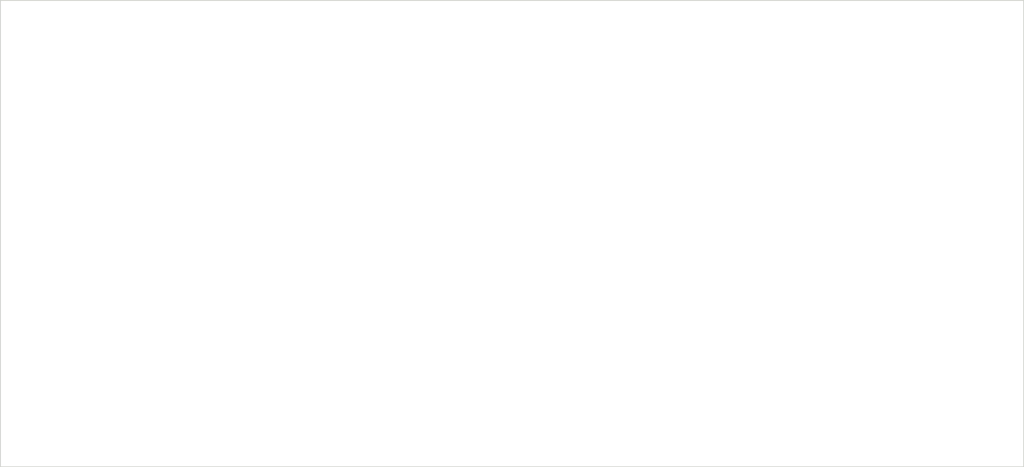
<source format=kicad_pcb>
(kicad_pcb (version 20211014) (generator pcbnew)

  (general
    (thickness 1.6)
  )

  (paper "A4")
  (layers
    (0 "F.Cu" signal)
    (31 "B.Cu" power)
    (32 "B.Adhes" user "B.Adhesive")
    (33 "F.Adhes" user "F.Adhesive")
    (34 "B.Paste" user)
    (35 "F.Paste" user)
    (36 "B.SilkS" user "B.Silkscreen")
    (37 "F.SilkS" user "F.Silkscreen")
    (38 "B.Mask" user)
    (39 "F.Mask" user)
    (44 "Edge.Cuts" user)
    (45 "Margin" user)
    (46 "B.CrtYd" user "B.Courtyard")
    (47 "F.CrtYd" user "F.Courtyard")
    (48 "B.Fab" user)
    (49 "F.Fab" user)
  )

  (setup
    (stackup
      (layer "F.SilkS" (type "Top Silk Screen"))
      (layer "F.Paste" (type "Top Solder Paste"))
      (layer "F.Mask" (type "Top Solder Mask") (thickness 0.01))
      (layer "F.Cu" (type "copper") (thickness 0.035))
      (layer "dielectric 1" (type "core") (thickness 1.51) (material "FR4") (epsilon_r 4.5) (loss_tangent 0.02))
      (layer "B.Cu" (type "copper") (thickness 0.035))
      (layer "B.Mask" (type "Bottom Solder Mask") (thickness 0.01))
      (layer "B.Paste" (type "Bottom Solder Paste"))
      (layer "B.SilkS" (type "Bottom Silk Screen"))
      (copper_finish "None")
      (dielectric_constraints no)
    )
    (pad_to_mask_clearance 0)
    (pcbplotparams
      (layerselection 0x00010fc_ffffffff)
      (disableapertmacros false)
      (usegerberextensions false)
      (usegerberattributes true)
      (usegerberadvancedattributes true)
      (creategerberjobfile true)
      (svguseinch false)
      (svgprecision 6)
      (excludeedgelayer true)
      (plotframeref false)
      (viasonmask false)
      (mode 1)
      (useauxorigin false)
      (hpglpennumber 1)
      (hpglpenspeed 20)
      (hpglpendiameter 15.000000)
      (dxfpolygonmode true)
      (dxfimperialunits true)
      (dxfusepcbnewfont true)
      (psnegative false)
      (psa4output false)
      (plotreference true)
      (plotvalue true)
      (plotinvisibletext false)
      (sketchpadsonfab false)
      (subtractmaskfromsilk false)
      (outputformat 1)
      (mirror false)
      (drillshape 1)
      (scaleselection 1)
      (outputdirectory "")
    )
  )

  (net 0 "")

  (gr_rect (start 198.5 113.75) (end 78.5 59) (layer "Edge.Cuts") (width 0.1) (fill none) (tstamp a7c98c0f-c25a-4f85-94fb-c4b80a4cc8e2))

)

</source>
